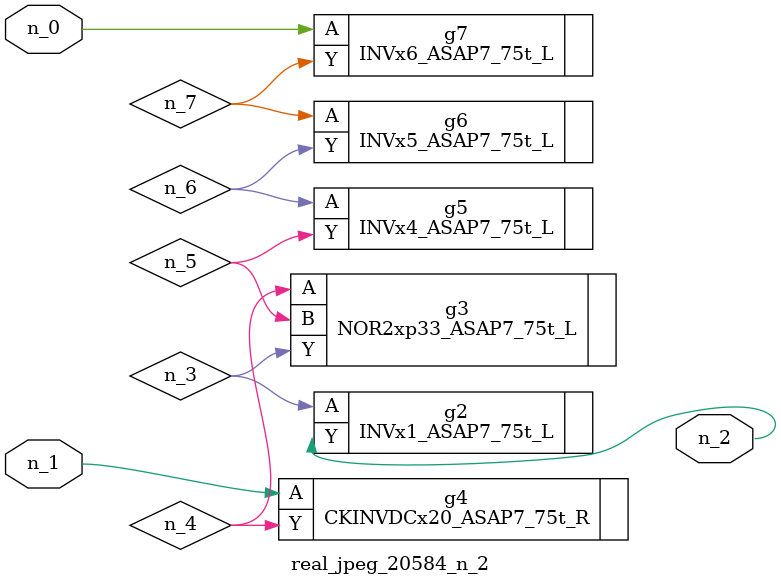
<source format=v>
module real_jpeg_20584_n_2 (n_1, n_0, n_2);

input n_1;
input n_0;

output n_2;

wire n_5;
wire n_4;
wire n_6;
wire n_7;
wire n_3;

INVx6_ASAP7_75t_L g7 ( 
.A(n_0),
.Y(n_7)
);

CKINVDCx20_ASAP7_75t_R g4 ( 
.A(n_1),
.Y(n_4)
);

INVx1_ASAP7_75t_L g2 ( 
.A(n_3),
.Y(n_2)
);

NOR2xp33_ASAP7_75t_L g3 ( 
.A(n_4),
.B(n_5),
.Y(n_3)
);

INVx4_ASAP7_75t_L g5 ( 
.A(n_6),
.Y(n_5)
);

INVx5_ASAP7_75t_L g6 ( 
.A(n_7),
.Y(n_6)
);


endmodule
</source>
